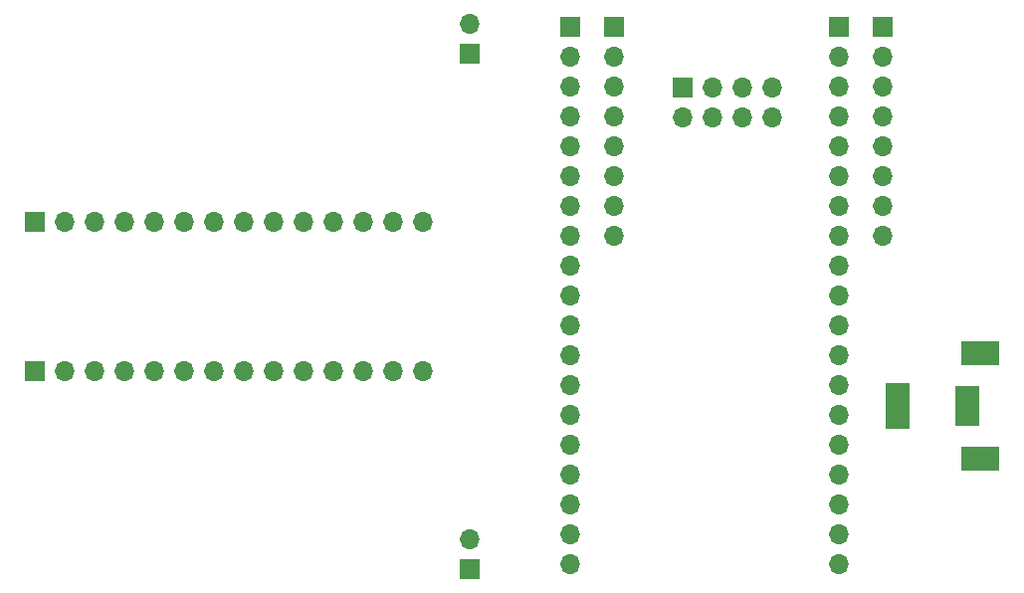
<source format=gbr>
%TF.GenerationSoftware,KiCad,Pcbnew,7.0.9-7.0.9~ubuntu22.04.1*%
%TF.CreationDate,2024-01-04T20:49:00-06:00*%
%TF.ProjectId,ESP Breadboard Expander,45535020-4272-4656-9164-626f61726420,v2.0*%
%TF.SameCoordinates,Original*%
%TF.FileFunction,Soldermask,Bot*%
%TF.FilePolarity,Negative*%
%FSLAX46Y46*%
G04 Gerber Fmt 4.6, Leading zero omitted, Abs format (unit mm)*
G04 Created by KiCad (PCBNEW 7.0.9-7.0.9~ubuntu22.04.1) date 2024-01-04 20:49:00*
%MOMM*%
%LPD*%
G01*
G04 APERTURE LIST*
%ADD10R,1.700000X1.700000*%
%ADD11O,1.700000X1.700000*%
%ADD12R,3.300000X2.000000*%
%ADD13R,2.000000X4.000000*%
%ADD14R,2.000000X3.400000*%
G04 APERTURE END LIST*
D10*
%TO.C,J7*%
X42310000Y-62220000D03*
D11*
X44850000Y-62220000D03*
X47390000Y-62220000D03*
X49930000Y-62220000D03*
X52470000Y-62220000D03*
X55010000Y-62220000D03*
X57550000Y-62220000D03*
X60090000Y-62220000D03*
X62630000Y-62220000D03*
X65170000Y-62220000D03*
X67710000Y-62220000D03*
X70250000Y-62220000D03*
X72790000Y-62220000D03*
X75330000Y-62220000D03*
%TD*%
D12*
%TO.C,J10*%
X122772500Y-82400000D03*
X122772500Y-73400000D03*
D13*
X115722500Y-77900000D03*
D14*
X121722500Y-77900000D03*
%TD*%
D10*
%TO.C,J3*%
X114475000Y-45650000D03*
D11*
X114475000Y-48190000D03*
X114475000Y-50730000D03*
X114475000Y-53270000D03*
X114475000Y-55810000D03*
X114475000Y-58350000D03*
X114475000Y-60890000D03*
X114475000Y-63430000D03*
%TD*%
D10*
%TO.C,J8*%
X79370000Y-91760000D03*
D11*
X79370000Y-89220000D03*
%TD*%
D10*
%TO.C,J1*%
X97425000Y-50770000D03*
D11*
X97425000Y-53310000D03*
X99965000Y-50770000D03*
X99965000Y-53310000D03*
X102505000Y-50770000D03*
X102505000Y-53310000D03*
X105045000Y-50770000D03*
X105045000Y-53310000D03*
%TD*%
D10*
%TO.C,J4*%
X87935000Y-45650000D03*
D11*
X87935000Y-48190000D03*
X87935000Y-50730000D03*
X87935000Y-53270000D03*
X87935000Y-55810000D03*
X87935000Y-58350000D03*
X87935000Y-60890000D03*
X87935000Y-63430000D03*
X87935000Y-65970000D03*
X87935000Y-68510000D03*
X87935000Y-71050000D03*
X87935000Y-73590000D03*
X87935000Y-76130000D03*
X87935000Y-78670000D03*
X87935000Y-81210000D03*
X87935000Y-83750000D03*
X87935000Y-86290000D03*
X87935000Y-88830000D03*
X87935000Y-91370000D03*
%TD*%
D10*
%TO.C,J5*%
X110775000Y-45650000D03*
D11*
X110775000Y-48190000D03*
X110775000Y-50730000D03*
X110775000Y-53270000D03*
X110775000Y-55810000D03*
X110775000Y-58350000D03*
X110775000Y-60890000D03*
X110775000Y-63430000D03*
X110775000Y-65970000D03*
X110775000Y-68510000D03*
X110775000Y-71050000D03*
X110775000Y-73590000D03*
X110775000Y-76130000D03*
X110775000Y-78670000D03*
X110775000Y-81210000D03*
X110775000Y-83750000D03*
X110775000Y-86290000D03*
X110775000Y-88830000D03*
X110775000Y-91370000D03*
%TD*%
D10*
%TO.C,J2*%
X91635000Y-45650000D03*
D11*
X91635000Y-48190000D03*
X91635000Y-50730000D03*
X91635000Y-53270000D03*
X91635000Y-55810000D03*
X91635000Y-58350000D03*
X91635000Y-60890000D03*
X91635000Y-63430000D03*
%TD*%
D10*
%TO.C,J6*%
X42310000Y-74900000D03*
D11*
X44850000Y-74900000D03*
X47390000Y-74900000D03*
X49930000Y-74900000D03*
X52470000Y-74900000D03*
X55010000Y-74900000D03*
X57550000Y-74900000D03*
X60090000Y-74900000D03*
X62630000Y-74900000D03*
X65170000Y-74900000D03*
X67710000Y-74900000D03*
X70250000Y-74900000D03*
X72790000Y-74900000D03*
X75330000Y-74900000D03*
%TD*%
D10*
%TO.C,J9*%
X79370000Y-47900000D03*
D11*
X79370000Y-45360000D03*
%TD*%
M02*

</source>
